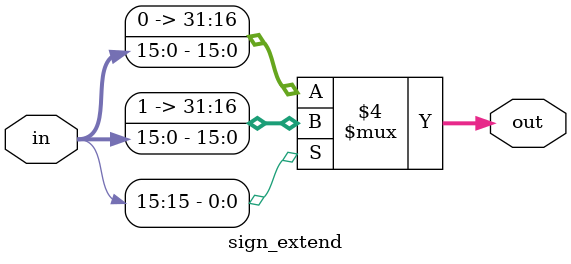
<source format=v>
module sign_extend (in, out);
	input [15:0] in;
	output reg [31:0] out;

	always@ (in) begin
		if (in[15] == 0) begin
			//out[15:0] <= in[15:0];
			//out[31:16] <= 16'b0000_0000_0000_0000;
			out <= {16'b0000_0000_0000_0000, in[15:0]};
		end
		else begin
			//out[15:0] <= in[15:0];
			//out[31:16] <= 16'b1111_1111_1111_1111;
			out <= {16'b1111_1111_1111_1111, in[15:0]};
		end
	end
endmodule

</source>
